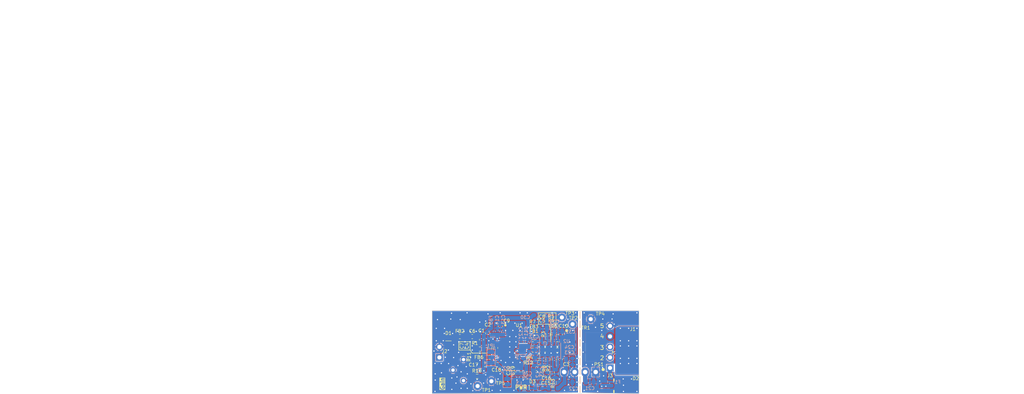
<source format=kicad_pcb>
(kicad_pcb (version 20221018) (generator pcbnew)
  (title_block (title "Low-Noise Amplifier Current Probe") (date "2023-10-07"))
  (layers (0 "F.Cu" signal) (31 "B.Cu" signal) (34 "B.Paste" user) (35 "F.Paste" user) (36 "B.SilkS" user "B.Silkscreen") (37 "F.SilkS" user "F.Silkscreen") (38 "B.Mask" user) (39 "F.Mask" user) (44 "Edge.Cuts" user))
  (net 0 "")
  (net 1 "Net-(U1A-+)")
  (net 2 "Net-(C1-Pad2)")
  (net 3 "+5V")
  (net 4 "Net-(U1C-+)")
  (net 5 "Net-(C4-Pad2)")
  (net 6 "Net-(C5-Pad2)")
  (net 7 "Net-(C6-Pad2)")
  (net 8 "GND")
  (net 9 "Net-(C3-Pad1)")
  (net 10 "Net-(U1A--)")
  (net 11 "Net-(U1C--)")
  (net 12 "Net-(C10-Pad2)")
  (net 13 "Net-(U1D-VPOS)")
  (net 14 "Net-(U1B-V+)")
  (net 15 "Net-(U1D-RCLMP)")
  (net 16 "Net-(U1D-GAIN)")
  (net 17 "Net-(U1D-VCM)")
  (net 18 "Net-(D1-A1)")
  (net 19 "Net-(FB1-Pad2)")
  (net 20 "Net-(FB3-Pad1)")
  (net 21 "Net-(FB6-Pad2)")
  (net 22 "+VIN")
  (net 23 "Net-(JP1-C)")
  (net 24 "Net-(JP2-C)")
  (net 25 "Net-(U2-EN)")
  (net 26 "GNDPWR")
  (net 27 "+9V")
  (net 28 "Net-(U2-VOUT)")
  (net 29 "Net-(U2-BYP)")
  (net 30 "Net-(U2-VREG)")
  (net 31 "Net-(U2-REF)")
  (net 32 "Net-(J3-Pin_3)")
  (net 33 "Net-(C7-Pad2)")
  (net 34 "Net-(C8-Pad2)")
  (net 35 "Net-(D2-K)")
  (net 36 "Net-(C25-Pad2)")
  (net 37 "Net-(C25-Pad1)")
  (net 38 "Net-(D3-A)")
  (net 39 "Net-(J1-In)")
  (net 40 "Net-(J1-Ext)")
  (net 41 "Net-(C5-Pad1)")
  (net 42 "Net-(C8-Pad1)")
  (footprint "Connector_PinHeader_2.54mm:PinHeader_1x05_P2.54mm_Vertical" (layer "F.Cu") (at 164.922094 109.401184 180)
    (fp_text reference "J3")
    (fp_text value "Conn_01x05_Pin" hide)
  )
  (footprint "Converter_DCDC:Converter_DCDC_Murata_MEE1SxxxxSC_THT" (layer "F.Cu") (at 161.452094 110.386184 -90)
    (fp_text reference "PS1")
    (fp_text value "RO-3.309S" hide)
  )
  (footprint "Capacitor_SMD:C_0603_1608Metric" (layer "F.Cu") (at 138.422094 99.326184 90)
    (fp_text reference "C9")
    (fp_text value "100n" hide)
  )
  (footprint "Capacitor_SMD:C_0603_1608Metric" (layer "F.Cu") (at 147.172094 109.576184 180)
    (fp_text reference "C16")
    (fp_text value "100n" hide)
  )
  (footprint "Resistor_SMD:R_0603_1608Metric" (layer "F.Cu") (at 132.796798 111.420888 180)
    (fp_text reference "R10")
    (fp_text value "12k" hide)
  )
  (footprint "Resistor_SMD:R_0603_1608Metric" (layer "F.Cu") (at 149.922094 107.326184 -90)
    (fp_text reference "R8")
    (fp_text value "R" hide)
  )
  (footprint "Resistor_SMD:R_0603_1608Metric" (layer "F.Cu") (at 151.422094 107.326184 90)
    (fp_text reference "R2")
    (fp_text value "R" hide)
  )
  (footprint "Connector_Coaxial:SMA_Amphenol_132289_EdgeMount" (layer "F.Cu") (at 169.172094 105.576184)
    (fp_text reference "J1")
    (fp_text value "SMA" hide)
  )
  (footprint "Capacitor_SMD:C_0603_1608Metric" (layer "F.Cu") (at 142.672094 110.326184 90)
    (fp_text reference "C20")
    (fp_text value "100n" hide)
  )
  (footprint "TestPoint:TestPoint_Keystone_5000-5004_Miniature" (layer "F.Cu") (at 132.907094 113.771184)
    (fp_text reference "TP1")
    (fp_text value "TestPoint" hide)
  )
  (footprint "Capacitor_SMD:C_0603_1608Metric" (layer "F.Cu") (at 137.647094 108.601184 180)
    (fp_text reference "C18")
    (fp_text value "100n" hide)
  )
  (footprint "Inductor_SMD:L_0603_1608Metric" (layer "F.Cu") (at 128.612094 101.815888)
    (fp_text reference "FB2")
    (fp_text value "22" hide)
  )
  (footprint "Diode_SMD:D_SMA" (layer "F.Cu") (at 168.152094 113.681184)
    (fp_text reference "D2")
    (fp_text value "D_Schottky" hide)
  )
  (footprint "Capacitor_SMD:C_0603_1608Metric" (layer "F.Cu") (at 149.232549 103.556365 180)
    (fp_text reference "C8")
    (fp_text value "100n" hide)
  )
  (footprint "Capacitor_SMD:C_0603_1608Metric" (layer "F.Cu") (at 149.230219 105.039107 180)
    (fp_text reference "C5")
    (fp_text value "100n" hide)
  )
  (footprint "Capacitor_SMD:C_0603_1608Metric" (layer "F.Cu") (at 137.276279 104.561303 90)
    (fp_text reference "C4")
    (fp_text value "100n" hide)
  )
  (footprint "Resistor_SMD:R_0603_1608Metric" (layer "F.Cu") (at 133.504193 104.838325)
    (fp_text reference "R1")
    (fp_text value "RFB" hide)
  )
  (footprint "Capacitor_SMD:C_0603_1608Metric" (layer "F.Cu") (at 147.172094 111.076184 180)
    (fp_text reference "C15")
    (fp_text value "1n" hide)
  )
  (footprint "TestPoint:TestPoint_Loop_D1.80mm_Drill1.0mm_Beaded" (layer "F.Cu") (at 155.862094 98.815888)
    (fp_text reference "TP2")
    (fp_text value "TestPoint" hide)
  )
  (footprint "current_probe:RQ_20_ADI-L" (layer "F.Cu") (at 141.422094 104.076184)
    (fp_text reference "U1")
    (fp_text value "AD8331ARQZ" hide)
  )
  (footprint "Capacitor_SMD:C_0603_1608Metric" (layer "F.Cu") (at 144.172094 110.326184 90)
    (fp_text reference "C19")
    (fp_text value "1n" hide)
  )
  (footprint "Diode_SMD:D_0603_1608Metric" (layer "F.Cu") (at 125.862094 103.065888 90)
    (fp_text reference "D1")
    (fp_text value "EZA-EG2N50AX" hide)
  )
  (footprint "Potentiometer_THT:Potentiometer_Bourns_3296Y_Vertical" (layer "F.Cu") (at 129.497094 112.461184 -90)
    (fp_text reference "R11")
    (fp_text value "3k" hide)
  )
  (footprint "Resistor_SMD:R_0603_1608Metric" (layer "F.Cu") (at 149.922094 101.326184 -90)
    (fp_text reference "R3")
    (fp_text value "R" hide)
  )
  (footprint "Inductor_SMD:L_0603_1608Metric" (layer "F.Cu") (at 146.263938 105.074379 180)
    (fp_text reference "FB1")
    (fp_text value "22" hide)
  )
  (footprint "Resistor_SMD:R_0603_1608Metric" (layer "F.Cu") (at 147.672094 106.576184)
    (fp_text reference "R4")
    (fp_text value "330" hide)
  )
  (footprint "Capacitor_SMD:C_0603_1608Metric" (layer "F.Cu") (at 131.612094 101.815888 180)
    (fp_text reference "C6")
    (fp_text value "100n" hide)
  )
  (footprint "Resistor_SMD:R_0603_1608Metric" (layer "F.Cu") (at 152.195323 105.09848)
    (fp_text reference "R5")
    (fp_text value "237" hide)
  )
  (footprint "TestPoint:TestPoint_Keystone_5000-5004_Miniature" (layer "F.Cu") (at 160.257094 97.601184 90)
    (fp_text reference "TP4")
    (fp_text value "TestPoint" hide)
  )
  (footprint "Inductor_SMD:L_0603_1608Metric" (layer "F.Cu") (at 146.266998 103.581956)
    (fp_text reference "FB3")
    (fp_text value "22" hide)
  )
  (footprint "Capacitor_SMD:C_0603_1608Metric" (layer "F.Cu") (at 152.922094 101.326184 -90)
    (fp_text reference "C10")
    (fp_text value "100p" hide)
  )
  (footprint "Resistor_SMD:R_0603_1608Metric" (layer "F.Cu") (at 146.672094 102.076184 180)
    (fp_text reference "R7")
    (fp_text value "330" hide)
  )
  (footprint "Resistor_SMD:R_0603_1608Metric" (layer "F.Cu") (at 147.672094 108.076184)
    (fp_text reference "R12")
    (fp_text value "RCLMP" hide)
  )
  (footprint "Resistor_SMD:R_0603_1608Metric" (layer "F.Cu") (at 152.208893 103.589035)
    (fp_text reference "R6")
    (fp_text value "237" hide)
  )
  (footprint "TestPoint:TestPoint_Loop_D1.80mm_Drill1.0mm_Beaded" (layer "F.Cu") (at 136.247094 112.601184)
    (fp_text reference "TP5")
    (fp_text value "TestPoint" hide)
  )
  (footprint "LED_SMD:LED_0805_2012Metric" (layer "F.Cu") (at 146.922094 114.076184)
    (fp_text reference "D3")
    (fp_text value "GREEN" hide)
  )
  (footprint "Capacitor_SMD:C_0603_1608Metric" (layer "F.Cu") (at 152.922094 107.326184 -90)
    (fp_text reference "C3")
    (fp_text value "100p" hide)
  )
  (footprint "Capacitor_SMD:C_0603_1608Metric" (layer "F.Cu") (at 135.780372 104.557204 90)
    (fp_text reference "C7")
    (fp_text value "100n" hide)
  )
  (footprint "RF_Mini-Circuits:Mini-Circuits_CD637_H5.23mm" (layer "F.Cu") (at 157.757094 104.381184)
    (fp_text reference "TR1")
    (fp_text value "ADTT1-6" hide)
  )
  (footprint "Capacitor_SMD:C_0603_1608Metric" (layer "F.Cu") (at 134.672094 108.576184)
    (fp_text reference "C17")
    (fp_text value "1n" hide)
  )
  (footprint "Resistor_SMD:R_0603_1608Metric" (layer "F.Cu") (at 151.422094 101.326184 90)
    (fp_text reference "R9")
    (fp_text value "R" hide)
  )
  (footprint "Connector_PinHeader_2.54mm:PinHeader_1x02_P2.54mm_Horizontal" (layer "F.Cu") (at 123.672094 106.851184 180)
    (fp_text reference "J2")
    (fp_text value "Conn_01x02_Pin" hide)
  )
  (footprint "Capacitor_SMD:C_0603_1608Metric" (layer "F.Cu") (at 133.862094 102.565888 -90)
    (fp_text reference "C1")
    (fp_text value "CFB" hide)
  )
  (footprint "Capacitor_SMD:C_0603_1608Metric" (layer "F.Cu") (at 135.368728 101.026514 90)
    (fp_text reference "C2")
    (fp_text value "CSH" hide)
  )
  (footprint "Resistor_SMD:R_0603_1608Metric" (layer "F.Cu") (at 150.927094 110.481184 -90)
    (fp_text reference "R13")
    (fp_text value "330" hide)
  )
  (footprint "Inductor_SMD:L_0603_1608Metric" (layer "F.Cu") (at 135.852218 106.81454 180)
    (fp_text reference "FB6")
    (fp_text value "2k2" hide)
  )
  (footprint "TestPoint:TestPoint_Loop_D1.80mm_Drill1.0mm_Beaded" (layer "F.Cu") (at 153.287094 97.190888)
    (fp_text reference "TP3")
    (fp_text value "TestPoint" hide)
  )
  (footprint "Capacitor_SMD:C_0805_2012Metric" (layer "B.Cu") (at 152.400546 100.581184 180)
    (fp_text reference "C31")
    (fp_text value "1u")
  )
  (footprint "Inductor_SMD:L_0603_1608Metric" (layer "B.Cu") (at 147.413029 96.617578)
    (fp_text reference "FB7")
    (fp_text value "2k2" hide)
  )
  (footprint "Capacitor_SMD:C_0805_2012Metric" (layer "B.Cu") (at 148.693642 100.051184)
    (fp_text reference "C28")
    (fp_text value "10u" hide)
  )
  (footprint "Capacitor_SMD:C_0603_1608Metric" (layer "B.Cu") (at 137.672094 100.576184 -90)
    (fp_text reference "C14")
    (fp_text value "100n")
  )
  (footprint "Capacitor_SMD:C_0603_1608Metric" (layer "B.Cu") (at 148.923642 98.321184)
    (fp_text reference "C29")
    (fp_text value "1n" hide)
  )
  (footprint "Capacitor_SMD:C_0603_1608Metric" (layer "B.Cu") (at 155.092212 107.081184 180)
    (fp_text reference "C24")
    (fp_text value "1n")
  )
  (footprint "Capacitor_SMD:C_0805_2012Metric" (layer "B.Cu") (at 160.037094 112.751184 180)
    (fp_text reference "C21")
    (fp_text value "10u" hide)
  )
  (footprint "Inductor_SMD:L_0603_1608Metric" (layer "B.Cu") (at 136.172094 100.576184 90)
    (fp_text reference "FB5")
    (fp_text value "2k2" hide)
  )
  (footprint "Capacitor_SMD:C_0603_1608Metric" (layer "B.Cu") (at 139.172094 100.576184 -90)
    (fp_text reference "C13")
    (fp_text value "1n")
  )
  (footprint "Inductor_SMD:L_0603_1608Metric" (layer "B.Cu") (at 143.887094 106.320888 -90)
    (fp_text reference "FB4")
    (fp_text value "2k2")
  )
  (footprint "Inductor_SMD:L_0805_2012Metric" (layer "B.Cu") (at 151.172094 114.326184 180)
    (fp_text reference "L1")
    (fp_text value "100u" hide)
  )
  (footprint "Capacitor_SMD:C_0805_2012Metric" (layer "B.Cu") (at 154.872212 112.861184 180)
    (fp_text reference "C22")
    (fp_text value "1u" hide)
  )
  (footprint "Capacitor_SMD:C_0603_1608Metric" (layer "B.Cu") (at 155.092212 108.591184 180)
    (fp_text reference "C23")
    (fp_text value "10n")
  )
  (footprint "Inductor_SMD:L_0805_2012Metric" (layer "B.Cu") (at 149.797094 111.544636 90)
    (fp_text reference "L2")
    (fp_text value "100u" hide)
  )
  (footprint "Capacitor_SMD:C_0603_1608Metric" (layer "B.Cu") (at 147.670546 114.351184)
    (fp_text reference "C25")
    (fp_text value "330n" hide)
  )
  (footprint "Capacitor_SMD:C_0603_1608Metric" (layer "B.Cu") (at 145.920546 98.341184 180)
    (fp_text reference "C30")
    (fp_text value "1n" hide)
  )
  (footprint "Capacitor_SMD:C_0603_1608Metric" (layer "B.Cu") (at 144.922094 103.326184 -90)
    (fp_text reference "C11")
    (fp_text value "1n" hide)
  )
  (footprint "Fuse:Fuse_0805_2012Metric" (layer "B.Cu") (at 165.047094 112.741184 -90)
    (fp_text reference "F1")
    (fp_text value "300 mA" hide)
  )
  (footprint "Inductor_SMD:L_0805_2012Metric" (layer "B.Cu") (at 144.172094 114.326184)
    (fp_text reference "L3")
    (fp_text value "6u8" hide)
  )
  (footprint "Capacitor_SMD:C_0805_2012Metric" (layer "B.Cu") (at 146.717094 107.847732 -90)
    (fp_text reference "C27")
    (fp_text value "10u" hide)
  )
  (footprint "Jumper:SolderJumper-3_P1.3mm_Bridged12_Pad1.0x1.5mm" (layer "B.Cu") (at 136.147094 106.841184 90)
    (fp_text reference "JP1")
    (fp_text value "SolderJumper_3_Bridged12" hide)
  )
  (footprint "Capacitor_SMD:C_0603_1608Metric" (layer "B.Cu") (at 147.423642 112.791184)
    (fp_text reference "C26")
    (fp_text value "47n")
  )
  (footprint "Capacitor_SMD:C_0805_2012Metric" (layer "B.Cu") (at 151.637094 110.804636 90)
    (fp_text reference "C33")
    (fp_text value "1u")
  )
  (footprint "Capacitor_SMD:C_0805_2012Metric" (layer "B.Cu") (at 146.657094 104.054636 90)
    (fp_text reference "C32")
    (fp_text value "10u" hide)
  )
  (footprint "Jumper:SolderJumper-3_P1.3mm_Bridged12_Pad1.0x1.5mm" (layer "B.Cu") (at 140.062094 112.061184 -90)
    (fp_text reference "JP2")
    (fp_text value "SolderJumper_3_Bridged12" hide)
  )
  (footprint "Package_SO:SOIC-8-1EP_3.9x4.9mm_P1.27mm_EP2.29x3mm" (layer "B.Cu") (at 150.447094 105.301184 -90)
    (fp_text reference "U2")
    (fp_text value "ADM7150ARDZ-5.0" hide)
  )
  (footprint "Capacitor_SMD:C_0603_1608Metric" (layer "B.Cu") (at 143.422094 103.326184 -90)
    (fp_text reference "C12")
    (fp_text value "100n" hide)
  )
  (gr_line (start 157.672094 95.826184) (end 157.672094 115.326184) (stroke (width 0.15) (type dash)) (layer "B.SilkS"))
  (gr_line (start 150.112094 98.815888) (end 150.612094 100.315888) (stroke (width 0.15)) (layer "F.SilkS"))
  (gr_line (start 147.612094 96.065888) (end 147.612094 98.815888) (stroke (width 0.15)) (layer "F.SilkS"))
  (gr_line (start 128.362094 105.065888) (end 131.112094 105.065888) (stroke (width 0.15)) (layer "F.SilkS"))
  (gr_line (start 131.112094 103.065888) (end 128.362094 103.065888) (stroke (width 0.15)) (layer "F.SilkS"))
  (gr_line (start 131.612094 105.815888) (end 135.112094 105.815888) (stroke (width 0.15)) (layer "F.SilkS"))
  (gr_line (start 151.862094 98.815888) (end 151.862094 96.065888) (stroke (width 0.15)) (layer "F.SilkS"))
  (gr_line (start 128.362094 103.065888) (end 128.362094 105.065888) (stroke (width 0.15)) (layer "F.SilkS"))
  (gr_line (start 131.112094 105.065888) (end 131.112094 103.065888) (stroke (width 0.15)) (layer "F.SilkS"))
  (gr_line (start 150.612094 100.315888) (end 150.612094 103.065888) (stroke (width 0.15)) (layer "F.SilkS"))
  (gr_line (start 147.612094 98.815888) (end 151.862094 98.815888) (stroke (width 0.15)) (layer "F.SilkS"))
  (gr_line (start 151.862094 96.065888) (end 147.612094 96.065888) (stroke (width 0.15)) (layer "F.SilkS"))
  (gr_line (start 131.112094 105.065888) (end 131.612094 105.815888) (stroke (width 0.15)) (layer "F.SilkS"))
  (gr_line (start 157.672094 115.326184) (end 157.672094 95.826184) (stroke (width 0.15) (type dash)) (layer "F.SilkS"))
  (gr_rect (start 121.922094 95.576184) (end 171.922094 115.576184) (stroke (width 0.1)) (fill none) (layer "Edge.Cuts"))
  (gr_text "4" (at 162.422094 102.326184) (layer "F.SilkS") (effects (font (size 1 1)) (justify left bottom)))
  (gr_text "2" (at 162.422094 107.576184) (layer "F.SilkS") (effects (font (size 1 1)) (justify left bottom)))
  (gr_text "5" (at 162.422094 99.826184) (layer "F.SilkS") (effects (font (size 1 1)) (justify left bottom)))
  (gr_text "Gain" (at 124.422094 114.826184 90) (layer "F.SilkS" knockout) (effects (font (size 1 0.9) (thickness 0.2) bold) (justify left)))
  (gr_text "PWR" (at 143.422094 114.076184) (layer "F.SilkS") (effects (font (size 1 0.9) (thickness 0.2) bold)))
  (gr_text "3" (at 162.422094 105.076184) (layer "F.SilkS") (effects (font (size 1 1)) (justify left bottom)))
  (segment (start 137.910267 101.751184) (end 135.451798 101.751184) (width 0.25) (layer "F.Cu") (net 1))
  (segment (start 135.451798 101.751184) (end 135.410761 101.792221) (width 0.25) (layer "F.Cu") (net 1))
  (segment (start 133.863427 101.792221) (end 133.862094 101.790888) (width 0.25) (layer "F.Cu") (net 1))
  (segment (start 135.410761 101.792221) (end 133.863427 101.792221) (width 0.25) (layer "F.Cu") (net 1))
  (segment (start 139.009094 101.853684) (end 138.012767 101.853684) (width 0.25) (layer "F.Cu") (net 1))
  (segment (start 132.412094 101.790888) (end 132.387094 101.815888) (width 0.25) (layer "F.Cu") (net 1))
  (segment (start 133.862094 101.790888) (end 132.412094 101.790888) (width 0.25) (layer "F.Cu") (net 1))
  (segment (start 138.012767 101.853684) (end 137.910267 101.751184) (width 0.25) (layer "F.Cu") (net 1))
  (segment (start 133.862094 103.340888) (end 133.862094 103.655424) (width 0.25) (layer "F.Cu") (net 2))
  (segment (start 133.862094 103.655424) (end 132.679193 104.838325) (width 0.25) (layer "F.Cu") (net 2))
  (segment (start 133.422094 110.076184) (end 134.422094 110.076184) (width 1) (layer "F.Cu") (net 3))
  (segment (start 133.621798 111.420888) (end 133.621798 110.275888) (width 1) (layer "F.Cu") (net 3))
  (segment (start 145.144594 101.853684) (end 145.172094 101.826184) (width 0.25) (layer "F.Cu") (net 3))
  (segment (start 148.772094 112.726184) (end 145.370641 112.726184) (width 1) (layer "F.Cu") (net 3))
  (segment (start 145.597094 100.501184) (end 145.847094 100.501184) (width 1) (layer "F.Cu") (net 3))
  (segment (start 140.672094 110.576184) (end 139.922094 109.826184) (width 1) (layer "F.Cu") (net 3))
  (segment (start 133.621798 110.275888) (end 133.422094 110.076184) (width 1) (layer "F.Cu") (net 3))
  (segment (start 145.172094 100.076184) (end 145.597094 100.501184) (width 1) (layer "F.Cu") (net 3))
  (segment (start 150.927094 109.656184) (end 149.592094 109.656184) (width 1) (layer "F.Cu") (net 3))
  (segment (start 145.370641 112.726184) (end 144.270641 113.826184) (width 1) (layer "F.Cu") (net 3))
  (segment (start 145.172094 101.826184) (end 145.172094 100.076184) (width 0.25) (layer "F.Cu") (net 3))
  (segment (start 139.922094 109.826184) (end 138.922094 109.826184) (width 1) (layer "F.Cu") (net 3))
  (segment (start 145.172094 99.576184) (end 145.172094 100.076184) (width 1) (layer "F.Cu") (net 3))
  (segment (start 142.157019 113.826184) (end 140.672094 112.341259) (width 1) (layer "F.Cu") (net 3))
  (segment (start 145.997094 100.501184) (end 149.922094 100.501184) (width 1) (layer "F.Cu") (net 3))
  (segment (start 144.270641 113.826184) (end 142.157019 113.826184) (width 1) (layer "F.Cu") (net 3))
  (segment (start 143.835094 101.853684) (end 145.144594 101.853684) (width 0.25) (layer "F.Cu") (net 3))
  (segment (start 140.672094 112.341259) (end 140.672094 110.576184) (width 1) (layer "F.Cu") (net 3))
  (segment (start 134.422094 110.076184) (end 134.672094 109.826184) (width 1) (layer "F.Cu") (net 3))
  (segment (start 151.422094 108.151184) (end 151.422094 109.161184) (width 1) (layer "F.Cu") (net 3))
  (segment (start 145.922094 100.576184) (end 145.997094 100.501184) (width 1) (layer "F.Cu") (net 3))
  (segment (start 149.422094 112.076184) (end 148.772094 112.726184) (width 1) (layer "F.Cu") (net 3))
  (segment (start 134.672094 109.826184) (end 138.922094 109.826184) (width 1) (layer "F.Cu") (net 3))
  (segment (start 149.422094 109.826184) (end 149.422094 112.076184) (width 1) (layer "F.Cu") (net 3))
  (segment (start 143.835094 102.488684) (end 145.009594 102.488684) (width 0.25) (layer "F.Cu") (net 3))
  (segment (start 145.847094 100.501184) (end 145.922094 100.576184) (width 1) (layer "F.Cu") (net 3))
  (segment (start 145.009594 102.488684) (end 145.172094 102.326184) (width 0.25) (layer "F.Cu") (net 3))
  (segment (start 151.422094 109.161184) (end 150.927094 109.656184) (width 1) (layer "F.Cu") (net 3))
  (segment (start 149.592094 109.656184) (end 149.422094 109.826184) (width 1) (layer "F.Cu") (net 3))
  (segment (start 145.172094 102.326184) (end 145.172094 101.826184) (width 0.25) (layer "F.Cu") (net 3))
  (via (at 145.922094 100.576184) (size 0.6) (drill 0.3) (layers "F.Cu" "B.Cu") (net 3))
  (via (at 134.422094 110.076184) (size 0.6) (drill 0.3) (layers "F.Cu" "B.Cu") (net 3))
  (via (at 133.422094 110.076184) (size 0.6) (drill 0.3) (layers "F.Cu" "B.Cu") (net 3))
  (via (at 138.922094 109.826184) (size 0.6) (drill 0.3) (layers "F.Cu" "B.Cu") (net 3))
  (via (at 145.172094 99.576184) (size 0.6) (drill 0.3) (layers "F.Cu" "B.Cu") (net 3))
  (segment (start 136.043496 99.788684) (end 136.172094 99.788684) (width 1) (layer "B.Cu") (net 3))
  (segment (start 145.172094 97.826184) (end 144.672094 97.326184) (width 1) (layer "B.Cu") (net 3))
  (segment (start 145.672094 100.576184) (end 145.172094 100.076184) (width 1) (layer "B.Cu") (net 3))
  (segment (start 144.672094 107.826184) (end 144.672094 110.641184) (width 1) (layer "B.Cu") (net 3))
  (segment (start 134.422094 101.410086) (end 136.043496 99.788684) (width 1) (layer "B.Cu") (net 3))
  (segment (start 136.147094 108.141184) (end 134.607094 108.141184) (width 1) (layer "B.Cu") (net 3))
  (segment (start 134.422094 110.076184) (end 133.422094 110.076184) (width 1) (layer "B.Cu") (net 3))
  (segment (start 137.237094 108.141184) (end 139.737094 110.641184) (width 1) (layer "B.Cu") (net 3))
  (segment (start 136.172094 98.076184) (end 136.172094 99.788684) (width 1) (layer "B.Cu") (net 3))
  (segment (start 136.922094 97.326184) (end 136.172094 98.076184) (width 1) (layer "B.Cu") (net 3))
  (segment (start 144.672094 97.326184) (end 136.922094 97.326184) (width 1) (layer "B.Cu") (net 3))
  (segment (start 134.422094 110.076184) (end 134.422094 108.326184) (width 1) (layer "B.Cu") (net 3))
  (segment (start 143.994594 107.148684) (end 144.672094 107.826184) (width 1) (layer "B.Cu") (net 3))
  (segment (start 145.922094 100.576184) (end 145.672094 100.576184) (width 1) (layer "B.Cu") (net 3))
  (segment (start 134.422094 108.326184) (end 134.422094 101.410086) (width 1) (layer "B.Cu") (net 3))
  (segment (start 134.607094 108.141184) (end 134.422094 108.326184) (width 1) (layer "B.Cu") (net 3))
  (segment (start 145.172094 97.826184) (end 146.377094 96.621184) (width 1) (layer "B.Cu") (net 3))
  (segment (start 139.737094 110.641184) (end 144.672094 110.641184) (width 1) (layer "B.Cu") (net 3))
  (segment (start 146.377094 96.621184) (end 146.633046 96.621184) (width 1) (layer "B.Cu") (net 3))
  (segment (start 136.147094 108.141184) (end 137.237094 108.141184) (width 1) (layer "B.Cu") (net 3))
  (segment (start 145.172094 100.076184) (end 145.172094 97.826184) (width 1) (layer "B.Cu") (net 3))
  (segment (start 143.907094 107.148684) (end 143.994594 107.148684) (width 1) (layer "B.Cu") (net 3))
  (segment (start 139.009094 105.028684) (end 138.149298 105.028684) (width 0.25) (layer "F.Cu") (net 4))
  (segment (start 137.841679 105.336303) (end 137.276279 105.336303) (width 0.25) (layer "F.Cu") (net 4))
  (segment (start 138.149298 105.028684) (end 137.841679 105.336303) (width 0.25) (layer "F.Cu") (net 4))
  (segment (start 139.009094 103.758684) (end 137.303898 103.758684) (width 0.25) (layer "F.Cu") (net 5))
  (segment (start 137.303898 103.758684) (end 137.276279 103.786303) (width 0.25) (layer "F.Cu") (net 5))
  (segment (start 146.959594 105.076184) (end 148.397094 105.076184) (width 0.25) (layer "F.Cu") (net 6))
  (segment (start 148.497094 106.576184) (end 148.497094 105.176184) (width 0.25) (layer "F.Cu") (net 6))
  (segment (start 148.497094 105.176184) (end 148.397094 105.076184) (width 0.25) (layer "F.Cu") (net 6))
  (segment (start 130.837094 101.815888) (end 129.399594 101.815888) (width 0.25) (layer "F.Cu") (net 7))
  (via (at 122.922094 99.826184) (size 0.6) (drill 0.3) (layers "F.Cu" "B.Cu") (net 8))
  (via (at 141.672094 114.826184) (size 0.6) (drill 0.3) (layers "F.Cu" "B.Cu") (net 8))
  (via (at 140.672094 105.576184) (size 0.6) (drill 0.3) (layers "F.Cu" "B.Cu") (net 8))
  (via (at 138.362094 110.815888) (size 0.6) (drill 0.3) (layers "F.Cu" "B.Cu") (net 8))
  (via (at 139.672094 100.326184) (size 0.6) (drill 0.3) (layers "F.Cu" "B.Cu") (net 8))
  (via (at 126.672094 111.826184) (size 0.6) (drill 0.3) (layers "F.Cu" "B.Cu") (net 8))
  (via (at 122.362094 105.315888) (size 0.6) (drill 0.3) (layers "F.Cu" "B.Cu") (net 8))
  (via (at 149.223967 104.285504) (size 0.6) (drill 0.3) (layers "F.Cu" "B.Cu") (net 8))
  (via (at 150.922094 96.076184) (size 0.6) (drill 0.3) (layers "F.Cu" "B.Cu") (net 8))
  (via (at 146.674124 101.51613) (size 0.6) (drill 0.3) (layers "F.Cu" "B.Cu") (net 8))
  (via (at 135.422094 96.326184) (size 0.6) (drill 0.3) (layers "F.Cu" "B.Cu") (net 8))
  (via (at 142.422094 112.326184) (size 0.6) (drill 0.3) (layers "F.Cu" "B.Cu") (net 8))
  (via (at 142.172094 101.826184) (size 0.6) (drill 0.3) (layers "F.Cu" "B.Cu") (net 8))
  (via (at 143.172094 96.076184) (size 0.6) (drill 0.3) (layers "F.Cu" "B.Cu") (net 8))
  (via (at 133.612094 100.565888) (size 0.6) (drill 0.3) (layers "F.Cu" "B.Cu") (net 8))
  (via (at 129.851081 104.623683) (size 0.6) (drill 0.3) (layers "F.Cu" "B.Cu") (net 8))
  (via (at 154.745881 97.623139) (size 0.6) (drill 0.3) (layers "F.Cu" "B.Cu") (net 8))
  (via (at 128.362094 103.065888) (size 0.6) (drill 0.3) (layers "F.Cu" "B.Cu") (net 8))
  (via (at 156.922094 112.826184) (size 0.6) (drill 0.3) (layers "F.Cu" "B.Cu") (net 8))
  (via (at 127.109841 106.887654) (size 0.6) (drill 0.3) (layers "F.Cu" "B.Cu") (net 8))
  (via (at 133.451131 105.814241) (size 0.6) (drill 0.3) (layers "F.Cu" "B.Cu") (net 8))
  (via (at 126.422094 97.576184) (size 0.6) (drill 0.3) (layers "F.Cu" "B.Cu") (net 8))
  (via (at 140.672094 101.826184) (size 0.6) (drill 0.3) (layers "F.Cu" "B.Cu") (net 8))
  (via (at 141.422094 100.326184) (size 0.6) (drill 0.3) (layers "F.Cu" "B.Cu") (net 8))
  (via (at 154.884317 113.391592) (size 0.6) (drill 0.3) (layers "F.Cu" "B.Cu") (net 8))
  (via (at 133.422094 98.326184) (size 0.6) (drill 0.3) (layers "F.Cu" "B.Cu") (net 8))
  (via (at 147.755383 105.829224) (size 0.6) (drill 0.3) (layers "F.Cu" "B.Cu") (net 8))
  (via (at 128.112094 100.565888) (size 0.6) (drill 0.3) (layers "F.Cu" "B.Cu") (net 8))
  (via (at 140.672094 104.326184) (size 0.6) (drill 0.3) (layers "F.Cu" "B.Cu") (net 8))
  (via (at 142.172094 103.076184) (size 0.6) (drill 0.3) (layers "F.Cu" "B.Cu") (net 8))
  (via (at 138.362094 96.065888) (size 0.6) (drill 0.3) (layers "F.Cu" "B.Cu") (net 8))
  (via (at 154.112094 99.065888) (size 0.6) (drill 0.3) (layers "F.Cu" "B.Cu") (net 8))
  (via (at 152.672094 112.076184) (size 0.6) (drill 0.3) (layers "F.Cu" "B.Cu") (net 8))
  (via (at 132.612094 100.565888) (size 0.6) (drill 0.3) (layers "F.Cu" "B.Cu") (net 8))
  (via (at 128.321371 105.639411) (size 0.6) (drill 0.3) (layers "F.Cu" "B.Cu") (net 8))
  (via (at 132.790632 112.16463) (size 0.6) (drill 0.3) (layers "F.Cu" "B.Cu") (net 8))
  (via (at 150.70471 104.309411) (size 0.6) (drill 0.3) (layers "F.Cu" "B.Cu") (net 8))
  (via (at 147.422094 110.326184) (size 0.6) (drill 0.3) (layers "F.Cu" "B.Cu") (net 8))
  (via (at 131.612094 105.065888) (size 0.6) (drill 0.3) (layers "F.Cu" "B.Cu") (net 8))
  (via (at 140.672094 106.826184) (size 0.6) (drill 0.3) (layers "F.Cu" "B.Cu") (net 8))
  (via (at 139.672094 98.576184) (size 0.6) (drill 0.3) (layers "F.Cu" "B.Cu") (net 8))
  (via (at 155.21898 103.126731) (size 0.6) (drill 0.3) (layers "F.Cu" "B.Cu") (net 8))
  (via (at 131.112094 100.565888) (size 0.6) (drill 0.3) (layers "F.Cu" "B.Cu") (net 8))
  (via (at 126.607531 96.167475) (size 0.6) (drill 0.3) (layers "F.Cu" "B.Cu") (net 8))
  (via (at 143.172094 100.326184) (size 0.6) (drill 0.3) (layers "F.Cu" "B.Cu") (net 8))
  (via (at 151.672094 99.076184) (size 0.6) (drill 0.3) (layers "F.Cu" "B.Cu") (net 8))
  (via (at 130.422094 110.826184) (size 0.6) (drill 0.3) (layers "F.Cu" "B.Cu") (net 8))
  (via (at 136.620751 102.418917) (size 0.6) (drill 0.3) (layers "F.Cu" "B.Cu") (net 8))
  (via (at 134.362094 113.065888) (size 0.6) (drill 0.3) (layers "F.Cu" "B.Cu") (net 8))
  (via (at 153.922094 114.826184) (size 0.6) (drill 0.3) (layers "F.Cu" "B.Cu") (net 8))
  (via (at 124.922094 99.826184) (size 0.6) (drill 0.3) (layers "F.Cu" "B.Cu") (net 8))
  (via (at 129.612094 100.565888) (size 0.6) (drill 0.3) (layers "F.Cu" "B.Cu") (net 8))
  (via (at 149.206891 105.818979) (size 0.6) (drill 0.3) (layers "F.Cu" "B.Cu") (net 8))
  (via (at 125.112094 106.815888) (size 0.6) (drill 0.3) (layers "F.Cu" "B.Cu") (net 8))
  (via (at 140.672094 103.076184) (size 0.6) (drill 0.3) (layers "F.Cu" "B.Cu") (net 8))
  (via (at 143.672094 98.576184) (size 0.6) (drill 0.3) (layers "F.Cu" "B.Cu") (net 8))
  (via (at 125.862094 105.065888) (size 0.6) (drill 0.3) (layers "F.Cu" "B.Cu") (net 8))
  (via (at 131.285709 113.226929) (size 0.6) (drill 0.3) (layers "F.Cu" "B.Cu") (net 8))
  (via (at 122.612094 115.065888) (size 0.6) (drill 0.3) (layers "F.Cu" "B.Cu") (net 8))
  (via (at 131.734754 114.897004) (size 0.6) (drill 0.3) (layers "F.Cu" "B.Cu") (net 8))
  (via (at 138.571337 107.592968) (size 0.6) (drill 0.3) (layers "F.Cu" "B.Cu") (net 8))
  (via (at 143.172094 108.076184) (size 0.6) (drill 0.3) (layers "F.Cu" "B.Cu") (net 8))
  (via (at 134.862094 98.065888) (size 0.6) (drill 0.3) (layers "F.Cu" "B.Cu") (net 8))
  (via (at 124.172094 110.576184) (size 0.6) (drill 0.3) (layers "F.Cu" "B.Cu") (net 8))
  (via (at 136.422094 114.826184) (size 0.6) (drill 0.3) (layers "F.Cu" "B.Cu") (net 8))
  (via (at 130.172094 109.076184) (size 0.6) (drill 0.3) (layers "F.Cu" "B.Cu") (net 8))
  (via (at 137.422094 98.576184) (size 0.6) (drill 0.3) (layers "F.Cu" "B.Cu") (net 8))
  (via (at 148.683747 99.239561) (size 0.6) (drill 0.3) (layers "F.Cu" "B.Cu") (net 8))
  (via (at 152.179769 105.754771) (size 0.6) (drill 0.3) (layers "F.Cu" "B.Cu") (net 8))
  (via (at 156.612094 96.065888) (size 0.6) (drill 0.3) (layers "F.Cu" "B.Cu") (net 8))
  (via (at 135.614942 102.823632) (size 0.6) (drill 0.3) (layers "F.Cu" "B.Cu") (net 8))
  (via (at 129.862094 103.065888) (size 0.6) (drill 0.3) (layers "F.Cu" "B.Cu") (net 8))
  (via (at 138.422094 114.826184) (size 0.6) (drill 0.3) (layers "F.Cu" "B.Cu") (net 8))
  (via (at 150.677387 105.822394) (size 0.6) (drill 0.3) (layers "F.Cu" "B.Cu") (net 8))
  (via (at 127.112094 103.815888) (size 0.6) (drill 0.3) (layers "F.Cu" "B.Cu") (net 8))
  (via (at 127.672094 113.076184) (size 0.6) (drill 0.3) (layers "F.Cu" "B.Cu") (net 8))
  (via (at 130.362094 96.065888) (size 0.6) (drill 0.3) (layers "F.Cu" "B.Cu") (net 8))
  (via (at 143.922094 112.326184) (size 0.6) (drill 0.3) (layers "F.Cu" "B.Cu") (net 8))
  (via (at 131.112094 103.065888) (size 0.6) (drill 0.3) (layers "F.Cu" "B.Cu") (net 8))
  (via (at 144.922094 96.076184) (size 0.6) (drill 0.3) (layers "F.Cu" "B.Cu") (net 8))
  (via (at 126.672094 114.576184) (size 0.6) (drill 0.3) (layers "F.Cu" "B.Cu") (net 8))
  (via (at 132.362094 103.065888) (size 0.6) (drill 0.3) (layers "F.Cu" "B.Cu") (net 8))
  (via (at 126.862094 101.065888) (size 0.6) (drill 0.3) (layers "F.Cu" "B.Cu") (net 8))
  (via (at 122.672094 110.826184) (size 0.6) (drill 0.3) (layers "F.Cu" "B.Cu") (net 8))
  (via (at 128.922094 110.326184) (size 0.6) (drill 0.3) (layers "F.Cu" "B.Cu") (net 8))
  (via (at 155.112094 111.565888) (size 0.6) (drill 0.3) (layers "F.Cu" "B.Cu") (net 8))
  (via (at 128.172094 108.826184) (size 0.6) (drill 0.3) (layers "F.Cu" "B.Cu") (net 8))
  (via (at 141.862094 105.815888) (size 0.6) (drill 0.3) (layers "F.Cu" "B.Cu") (net 8))
  (via (at 142.172094 104.326184) (size 0.6) (drill 0.3) (layers "F.Cu" "B.Cu") (net 8))
  (via (at 128.922094 114.326184) (size 0.6) (drill 0.3) (layers "F.Cu" "B.Cu") (net 8))
  (via (at 130.422094 114.326184) (size 0.6) (drill 0.3) (layers "F.Cu" "B.Cu") (net 8))
  (via (at 125.89831 108.343938) (size 0.6) (drill 0.3) (layers "F.Cu" "B.Cu") (net 8))
  (via (at 147.751968 104.312826) (size 0.6) (drill 0.3) (layers "F.Cu" "B.Cu") (net 8))
  (via (at 131.222279 106.857596) (size 0.6) (drill 0.3) (layers "F.Cu" "B.Cu") (net 8))
  (via (at 128.71477 97.700724) (size 0.6) (drill 0.3) (layers "F.Cu" "B.Cu") (net 8))
  (via (at 123.211113 97.711699) (size 0.6) (drill 0.3) (layers "F.Cu" "B.Cu") (net 8))
  (via (at 132.777484 108.591267) (size 0.6) (drill 0.3) (layers "F.Cu" "B.Cu") (net 8))
  (via (at 152.197201 104.326487) (size 0.6) (drill 0.3) (layers "F.Cu" "B.Cu") (net 8))
  (via (at 124.612094 102.815888) (size 0.6) (drill 0.3) (layers "F.Cu" "B.Cu") (net 8))
  (via (at 122.672094 112.326184) (size 0.6) (drill 0.3) (layers "F.Cu" "B.Cu") (net 8))
  (via (at 124.862094 101.065888) (size 0.6) (drill 0.3) (layers "F.Cu" "B.Cu") (net 8))
  (via (at 133.472594 107.565888) (size 0.6) (drill 0.3) (layers "F.Cu" "B.Cu") (net 8))
  (via (at 156.172094 114.826184) (size 0.6) (drill 0.3) (layers "F.Cu" "B.Cu") (net 8))
  (via (at 147.422094 97.576184) (size 0.6) (drill 0.3) (layers "F.Cu" "B.Cu") (net 8))
  (via (at 127.922094 111.576184) (size 0.6) (drill 0.3) (layers "F.Cu" "B.Cu") (net 8))
  (via (at 131.612094 104.065888) (size 0.6) (drill 0.3) (layers "F.Cu" "B.Cu") (net 8))
  (via (at 134.862094 111.065888) (size 0.6) (drill 0.3) (layers "F.Cu" "B.Cu") (net 8))
  (via (at 139.672094 108.076184) (size 0.6) (drill 0.3) (layers "F.Cu" "B.Cu") (net 8))
  (via (at 141.922094 98.576184) (size 0.6) (drill 0.3) (layers "F.Cu" "B.Cu") (net 8))
  (via (at 142.112094 106.815888) (size 0.6) (drill 0.3) (layers "F.Cu" "B.Cu") (net 8))
  (via (at 156.942346 107.10096) (size 0.6) (drill 0.3) (layers "F.Cu" "B.Cu") (net 8))
  (via (at 124.112094 108.315888) (size 0.6) (drill 0.3) (layers "F.Cu" "B.Cu") (net 8))
  (via (at 137.862094 112.065888) (size 0.6) (drill 0.3) (layers "F.Cu" "B.Cu") (net 8))
  (via (at 122.612094 108.315888) (size 0.6) (drill 0.3) (layers "F.Cu" "B.Cu") (net 8))
  (via (at 156.922094 108.576184) (size 0.6) (drill 0.3) (layers "F.Cu" "B.Cu") (net 8))
  (via (at 155.226996 105.633833) (size 0.6) (drill 0.3) (layers "F.Cu" "B.Cu") (net 8))
  (via (at 141.422094 108.076184) (size 0.6) (drill 0.3) (layers "F.Cu" "B.Cu") (net 8))
  (via (at 122.922094 102.826184) (size 0.6) (drill 0.3) (layers "F.Cu" "B.Cu") (net 8))
  (via (at 155.912485 100.359643) (size 0.6) (drill 0.3) (layers "F.Cu" "B.Cu") (net 8))
  (segment (start 156.922094 109.836184) (end 156.372094 110.386184) (width 0.25) (layer "B.Cu") (net 8))
  (segment (start 155.867212 108.97005) (end 156.372094 109.474932) (width 0.25) (layer "B.Cu") (net 8))
  (segment (start 155.867212 108.591184) (end 155.867212 108.97005) (width 0.25) (layer "B.Cu") (net 8))
  (segment (start 156.372094 109.474932) (end 156.372094 110.386184) (width 0.25) (layer "B.Cu") (net 8))
  (segment (start 156.922094 108.576184) (end 156.922094 109.836184) (width 0.25) (layer "B.Cu") (net 8))
  (segment (start 149.922094 106.501184) (end 152.872094 106.501184) (width 0.25) (layer "F.Cu") (net 9))
  (segment (start 152.942094 105.070888) (end 152.942094 106.531184) (width 0.25) (layer "F.Cu") (net 9))
  (segment (start 155.217094 106.921184) (end 153.292094 106.921184) (width 0.25) (layer "F.Cu") (net 9))
  (segment (start 152.942094 106.531184) (end 152.922094 106.551184) (width 0.25) (layer "F.Cu") (net 9))
  (segment (start 152.872094 106.501184) (end 152.922094 106.551184) (width 0.25) (layer "F.Cu") (net 9))
  (segment (start 139.009094 101.218684) (end 139.009094 100.688184) (width 0.25) (layer "F.Cu") (net 10))
  (segment (start 139.009094 100.688184) (end 138.422094 100.101184) (width 0.25) (layer "F.Cu") (net 10))
  (segment (start 138.178691 105.663684) (end 139.009094 105.663684) (width 0.25) (layer "F.Cu") (net 11))
  (segment (start 136.512708 106.06454) (end 137.062986 106.06454) (width 0.25) (layer "F.Cu") (net 11))
  (segment (start 137.062986 106.06454) (end 137.064334 106.065888) (width 0.25) (layer "F.Cu") (net 11))
  (segment (start 135.780372 105.332204) (end 136.512708 106.06454) (width 0.25) (layer "F.Cu") (net 11))
  (segment (start 137.776487 106.065888) (end 138.178691 105.663684) (width 0.25) (layer "F.Cu") (net 11))
  (segment (start 137.064334 106.065888) (end 137.776487 106.065888) (width 0.25) (layer "F.Cu") (net 11))
  (segment (start 152.937094 103.565888) (end 152.937094 102.116184) (width 0.25) (layer "F.Cu") (net 12))
  (segment (start 155.217094 101.841184) (end 153.907094 101.841184) (width 0.25) (layer "F.Cu") (net 12))
  (segment (start 149.922094 102.151184) (end 152.872094 102.151184) (width 0.25) (layer "F.Cu") (net 12))
  (segment (start 152.872094 102.151184) (end 152.922094 102.101184) (width 0.25) (layer "F.Cu") (net 12))
  (segment (start 153.907094 101.841184) (end 153.647094 102.101184) (width 0.25) (layer "F.Cu") (net 12))
  (segment (start 153.647094 102.101184) (end 152.922094 102.101184) (width 0.25) (layer "F.Cu") (net 12))
  (segment (start 152.937094 102.116184) (end 152.922094 102.101184) (width 0.25) (layer "F.Cu") (net 12))
  (segment (start 142.686742 105.028684) (end 143.835094 105.028684) (width 0.25) (layer "F.Cu") (net 13))
  (segment (start 142.497092 105.218334) (end 142.686742 105.028684) (width 0.25) (layer "F.Cu") (net 13))
  (via (at 142.497092 105.218334) (size 0.6) (drill 0.3) (layers "F.Cu" "B.Cu") (net 13))
  (segment (start 137.758394 102.326184) (end 137.920894 102.488684) (width 0.25) (layer "F.Cu") (net 14))
  (segment (start 137.672094 102.326184) (end 137.758394 102.326184) (width 0.25) (layer "F.Cu") (net 14))
  (segment (start 137.920894 102.488684) (end 139.009094 102.488684) (width 0.25) (layer "F.Cu") (net 14))
  (via (at 137.672094 102.326184) (size 0.6) (drill 0.3) (layers "F.Cu" "B.Cu") (net 14))
  (segment (start 139.172094 101.351184) (end 136.184594 101.351184) (width 1) (layer "B.Cu") (net 14))
  (segment (start 136.184594 101.351184) (end 136.172094 101.363684) (width 1) (layer "B.Cu") (net 14))
  (segment (start 137.672094 101.351184) (end 137.672094 102.326184) (width 1) (layer "B.Cu") (net 14))
  (segment (start 146.397094 108.526184) (end 146.397094 111.076184) (width 0.25) (layer "F.Cu") (net 15))
  (segment (start 144.887255 106.50659) (end 145.112094 106.731429) (width 0.25) (layer "F.Cu") (net 15))
  (segment (start 145.112094 106.731429) (end 145.112094 107.815888) (width 0.25) (layer "F.Cu") (net 15))
  (segment (start 144.887255 106.445245) (end 144.887255 106.50659) (width 0.25) (layer "F.Cu") (net 15))
  (segment (start 145.37239 108.076184) (end 146.847094 108.076184) (width 0.25) (layer "F.Cu") (net 15))
  (segment (start 144.740694 106.298684) (end 144.887255 106.445245) (width 0.25) (layer "F.Cu") (net 15))
  (segment (start 143.835094 106.298684) (end 144.740694 106.298684) (width 0.25) (layer "F.Cu") (net 15))
  (segment (start 146.847094 108.076184) (end 146.397094 108.526184) (width 0.25) (layer "F.Cu") (net 15))
  (segment (start 145.112094 107.815888) (end 145.37239 108.076184) (width 0.25) (layer "F.Cu") (net 15))
  (segment (start 139.009094 106.933684) (end 138.286844 106.933684) (width 0.25) (layer "F.Cu") (net 16))
  (segment (start 138.286844 106.933684) (end 137.788869 107.431659) (width 0.25) (layer "F.Cu") (net 16))
  (segment (start 136.872094 108.026184) (end 136.872094 108.601184) (width 0.25) (layer "F.Cu") (net 16))
  (segment (start 136.872094 108.601184) (end 135.472094 108.601184) (width 0.25) (layer "F.Cu") (net 16))
  (segment (start 136.459594 107.613684) (end 136.872094 108.026184) (width 0.25) (layer "F.Cu") (net 16))
  (segment (start 136.459594 106.826184) (end 136.459594 107.613684) (width 0.25) (layer "F.Cu") (net 16))
  (segment (start 137.065069 107.431659) (end 136.459594 106.826184) (width 0.25) (layer "F.Cu") (net 16))
  (segment (start 137.788869 107.431659) (end 137.065069 107.431659) (width 0.25) (layer "F.Cu") (net 16))
  (segment (start 135.472094 108.601184) (end 135.447094 108.576184) (width 0.25) (layer "F.Cu") (net 16))
  (segment (start 144.172094 107.270684) (end 143.835094 106.933684) (width 0.25) (layer "F.Cu") (net 17))
  (segment (start 144.172094 109.551184) (end 144.172094 107.270684) (width 0.25) (layer "F.Cu") (net 17))
  (segment (start 144.172094 109.551184) (end 142.672094 109.551184) (width 0.25) (layer "F.Cu") (net 17))
  (segment (start 127.824594 102.103388) (end 123.672094 106.255888) (width 0.25) (layer "F.Cu") (net 18))
  (segment (start 127.824594 101.815888) (end 127.824594 102.103388) (width 0.25) (layer "F.Cu") (net 18))
  (segment (start 123.672094 106.255888) (end 123.672094 106.851184) (width 0.25) (layer "F.Cu") (net 18))
  (segment (start 146.847094 106.538684) (end 146.847094 106.576184) (width 0.25) (layer "F.Cu") (net 19))
  (segment (start 145.384594 105.076184) (end 146.847094 106.538684) (width 0.25) (layer "F.Cu") (net 19))
  (segment (start 143.835094 104.393684) (end 144.702094 104.393684) (width 0.25) (layer "F.Cu") (net 19))
  (segment (start 144.702094 104.393684) (end 145.384594 105.076184) (width 0.25) (layer "F.Cu") (net 19))
  (segment (start 145.384594 103.576184) (end 145.384594 102.815888) (width 0.25) (layer "F.Cu") (net 20))
  (segment (start 145.847094 102.353388) (end 145.847094 102.076184) (width 0.25) (layer "F.Cu") (net 20))
  (segment (start 145.384594 102.815888) (end 145.847094 102.353388) (width 0.25) (layer "F.Cu") (net 20))
  (segment (start 143.835094 103.758684) (end 145.202094 103.758684) (width 0.25) (layer "F.Cu") (net 20))
  (segment (start 145.202094 103.758684) (end 145.384594 103.576184) (width 0.25) (layer "F.Cu") (net 20))
  (segment (start 131.612094 112.476184) (end 132.907094 113.771184) (width 0.25) (layer "F.Cu") (net 21))
  (segment (start 135.074594 106.815888) (end 132.612094 106.815888) (width 0.25) (layer "F.Cu") (net 21))
  (segment (start 131.612094 112.315888) (end 131.612094 112.476184) (width 0.25) (layer "F.Cu") (net 21))
  (segment (start 129.497094 112.461184) (end 131.466798 112.461184) (width 0.25) (layer "F.Cu") (net 21))
  (segment (start 131.967094 111.960888) (end 131.967094 107.460888) (width 0.25) (layer "F.Cu") (net 21))
  (segment (start 131.466798 112.461184) (end 131.612094 112.315888) (width 0.25) (layer "F.Cu") (net 21))
  (segment (start 131.967094 107.460888) (end 132.612094 106.815888) (width 0.25) (layer "F.Cu") (net 21))
  (segment (start 131.612094 112.315888) (end 131.967094 111.960888) (width 0.25) (layer "F.Cu") (net 21))
  (segment (start 164.922094 109.401184) (end 164.922094 111.428684) (width 1) (layer "B.Cu") (net 22))
  (segment (start 164.922094 111.428684) (end 165.297094 111.803684) (width 1) (layer "B.Cu") (net 22))
  (segment (start 138.109377 106.298684) (end 139.009094 106.298684) (width 0.25) (layer "F.Cu") (net 23))
  (segment (start 137.627426 106.780635) (end 138.109377 106.298684) (width 0.25) (layer "F.Cu") (net 23))
  (via (at 137.627426 106.780635) (size 0.6) (drill 0.3) (layers "F.Cu" "B.Cu") (net 23))
  (segment (start 137.566877 106.841184) (end 136.147094 106.841184) (width 0.25) (layer "B.Cu") (net 23))
  (segment (start 137.627426 106.780635) (end 137.566877 106.841184) (width 0.25) (layer "B.Cu") (net 23))
  (segment (start 144.70989 105.663684) (end 144.862094 105.815888) (width 0.25) (layer "F.Cu") (net 24))
  (segment (start 144.862094 105.815888) (end 145.151148 105.815888) (width 0.25) (layer "F.Cu") (net 24))
  (segment (start 145.151148 105.815888) (end 145.562255 106.226995) (width 0.25) (layer "F.Cu") (net 24))
  (segment (start 143.835094 105.663684) (end 144.70989 105.663684) (width 0.25) (layer "F.Cu") (net 24))
  (via (at 145.562255 106.226995) (size 0.6) (drill 0.3) (layers "F.Cu" "B.Cu") (net 24))
  (segment (start 140.937094 112.061184) (end 140.062094 112.061184) (width 0.25) (layer "B.Cu") (net 24))
  (segment (start 145.47116 106.31809) (end 145.47116 110.938134) (width 0.25) (layer "B.Cu") (net 24))
  (segment (start 144.99311 111.416184) (end 141.582094 111.416184) (width 0.25) (layer "B.Cu") (net 24))
  (segment (start 141.582094 111.416184) (end 140.937094 112.061184) (width 0.25) (layer "B.Cu") (net 24))
  (segment (start 145.47116 110.938134) (end 144.99311 111.416184) (width 0.25) (layer "B.Cu") (net 24))
  (segment (start 145.562255 106.226995) (end 145.47116 106.31809) (width 0.25) (layer "B.Cu") (net 24))
  (segment (start 149.812094 107.776184) (end 149.812094 108.826184) (width 0.6) (layer "B.Cu") (net 25))
  (segment (start 149.812094 108.826184) (end 149.812094 110.217136) (width 0.6) (layer "B.Cu") (net 25))
  (segment (start 150.062094 110.467136) (end 150.047094 110.482136) (width 0.25) (layer "B.Cu") (net 25))
  (segment (start 149.783642 108.797732) (end 149.812094 108.826184) (width 0.6) (layer "B.Cu") (net 25))
  (segment (start 148.542094 107.776184) (end 148.542094 108.797732) (width 0.6) (layer "B.Cu") (net 25))
  (segment (start 149.812094 110.217136) (end 150.062094 110.467136) (width 0.6) (layer "B.Cu") (net 25))
  (segment (start 148.542094 108.797732) (end 149.783642 108.797732) (width 0.6) (layer "B.Cu") (net 25))
  (segment (start 148.542094 108.797732) (end 146.717094 108.797732) (width 0.6) (layer "B.Cu") (net 25))
  (via (at 162.922094 100.326184) (size 0.6) (drill 0.3) (layers "F.Cu" "B.Cu") (net 26))
  (via (at 158.672094 96.076184) (size 0.6) (drill 0.3) (layers "F.Cu" "B.Cu") (net 26))
  (via (at 158.422094 105.576184) (size 0.6) (drill 0.3) (layers "F.Cu" "B.Cu") (net 26))
  (via (at 168.112094 112.065888) (size 0.6) (drill 0.3) (layers "F.Cu" "B.Cu") (net 26))
  (via (at 168.172094 115.076184) (size 0.6) (drill 0.3) (layers "F.Cu" "B.Cu") (net 26))
  (via (at 165.672094 96.326184) (size 0.6) (drill 0.3) (layers "F.Cu" "B.Cu") (net 26))
  (via (at 163.362094 111.315888) (size 0.6) (drill 0.3) (layers "F.Cu" "B.Cu") (net 26))
  (via (at 165.422094 97.576184) (size 0.6) (drill 0.3) (layers "F.Cu" "B.Cu") (net 26))
  (via (at 161.422094 99.576184) (size 0.6) (drill 0.3) (layers "F.Cu" "B.Cu") (net 26))
  (via (at 170.112094 112.065888) (size 0.6) (drill 0.3) (layers "F.Cu" "B.Cu") (net 26))
  (via (at 162.422094 112.576184) (size 0.6) (drill 0.3) (layers "F.Cu" "B.Cu") (net 26))
  (via (at 165.922094 98.826184) (size 0.6) (drill 0.3) (layers "F.Cu" "B.Cu") (net 26))
  (via (at 158.672094 114.826184) (size 0.6) (drill 0.3) (layers "F.Cu" "B.Cu") (net 26))
  (via (at 163.172094 97.576184) (size 0.6) (drill 0.3) (layers "F.Cu" "B.Cu") (net 26))
  (via (at 160.672094 108.576184) (size 0.6) (drill 0.3) (layers "F.Cu" "B.Cu") (net 26))
  (via (at 171.422094 115.076184) (size 0.6) (drill 0.3) (layers "F.Cu" "B.Cu") (net 26))
  (via (at 159.172094 108.576184) (size 0.6) (drill 0.3) (layers "F.Cu" "B.Cu") (net 26))
  (via (at 168.172094 113.576184) (size 0.6) (drill 0.3) (layers "F.Cu" "B.Cu") (net 26))
  (via (at 171.422094 96.076184) (size 0.6) (drill 0.3) (layers "F.Cu" "B.Cu") (net 26))
  (via (at 158.422094 103.076184) (size 0.6) (drill 0.3) (layers "F.Cu" "B.Cu") (net 26))
  (via (at 163.112094 109.315888) (size 0.6) (drill 0.3) (layers "F.Cu" "B.Cu") (net 26))
  (via (at 161.922094 115.076184) (size 0.6) (drill 0.3) (layers "F.Cu" "B.Cu") (net 26))
  (segment (start 152.234594 114.326184) (end 152.457212 114.326184) (width 1) (layer "B.Cu") (net 27))
  (segment (start 153.922212 112.861184) (end 153.922212 110.476302) (width 1) (layer "B.Cu") (net 27))
  (segment (start 152.457212 114.326184) (end 153.922212 112.861184) (width 1) (layer "B.Cu") (net 27))
  (segment (start 154.317212 109.901066) (end 153.832094 110.386184) (width 1) (layer "B.Cu") (net 27))
  (segment (start 156.362094 106.315888) (end 155.082508 106.315888) (width 0.25) (layer "B.Cu") (net 27))
  (segment (start 155.082508 106.315888) (end 154.317212 107.081184) (width 0.25) (layer "B.Cu") (net 27))
  (segment (start 155.862094 98.815888) (end 156.862094 99.815888) (width 0.25) (layer "B.Cu") (net 27))
  (segment (start 154.317212 107.081184) (end 154.317212 109.901066) (width 1) (layer "B.Cu") (net 27))
  (segment (start 156.862094 105.815888) (end 156.362094 106.315888) (width 0.25) (layer "B.Cu") (net 27))
  (segment (start 156.862094 99.815888) (end 156.862094 105.815888) (width 0.25) (layer "B.Cu") (net 27))
  (segment (start 149.217094 96.621184) (end 149.672094 97.076184) (width 1) (layer "B.Cu") (net 28))
  (segment (start 149.612094 101.065888) (end 149.612094 100.082732) (width 0.6) (layer "B.Cu") (net 28))
  (segment (start 149.812094 101.265888) (end 149.612094 101.065888) (width 0.6) (layer "B.Cu") (net 28))
  (segment (start 149.672094 97.076184) (end 149.672094 100.022732) (width 1) (layer "B.Cu") (net 28))
  (segment (start 148.208046 96.621184) (end 149.217094 96.621184) (width 1) (layer "B.Cu") (net 28))
  (segment (start 149.612094 100.082732) (end 149.643642 100.051184) (width 0.6) (layer "B.Cu") (net 28))
  (segment (start 149.812094 102.826184) (end 149.812094 101.265888) (width 0.6) (layer "B.Cu") (net 28))
  (segment (start 149.672094 100.022732) (end 149.643642 100.051184) (width 1) (layer "B.Cu") (net 28))
  (segment (start 149.672094 97.076184) (end 149.786798 97.190888) (width 1) (layer "B.Cu") (net 28))
  (segment (start 149.786798 97.190888) (end 153.287094 97.190888) (width 1) (layer "B.Cu") (net 28))
  (segment (start 151.332094 100.699636) (end 151.450546 100.581184) (width 0.25) (layer "B.Cu") (net 29))
  (segment (start 151.362094 100.729636) (end 151.362094 101.565888) (width 0.6) (layer "B.Cu") (net 29))
  (segment (start 151.082094 101.845888) (end 151.082094 102.826184) (width 0.6) (layer "B.Cu") (net 29))
  (segment (start 151.362094 101.565888) (end 151.082094 101.845888) (width 0.6) (layer "B.Cu") (net 29))
  (segment (start 151.332094 100.699636) (end 151.362094 100.729636) (width 0.6) (layer "B.Cu") (net 29))
  (segment (start 147.185546 102.826184) (end 148.542094 102.826184) (width 0.6) (layer "B.Cu") (net 30))
  (segment (start 146.907094 103.104636) (end 147.185546 102.826184) (width 0.6) (layer "B.Cu") (net 30))
  (segment (start 152.352094 109.139636) (end 151.637094 109.854636) (width 0.6) (layer "B.Cu") (net 31))
  (segment (start 152.352094 107.776184) (end 152.352094 109.139636) (width 0.6) (layer "B.Cu") (net 31))
  (segment (start 151.082094 109.299636) (end 151.082094 107.776184) (width 0.6) (layer "B.Cu") (net 31))
  (segment (start 151.637094 109.854636) (end 151.082094 109.299636) (width 0.6) (layer "B.Cu") (net 31))
  (segment (start 160.297094 104.381184) (end 164.862094 104.381184) (width 0.25) (layer "F.Cu") (net 32))
  (segment (start 164.862094 104.381184) (end 164.922094 104.321184) (width 0.25) (layer "F.Cu") (net 32))
  (segment (start 134.339657 104.838325) (end 135.395778 103.782204) (width 0.25) (layer "F.Cu") (net 33))
  (segment (start 134.329193 104.838325) (end 134.339657 104.838325) (width 0.25) (layer "F.Cu") (net 33))
  (segment (start 135.395778 103.782204) (end 135.780372 103.782204) (width 0.25) (layer "F.Cu") (net 33))
  (segment (start 136.501273 103.061303) (end 135.780372 103.782204) (width 0.25) (layer "F.Cu") (net 33))
  (segment (start 137.795767 103.123684) (end 137.733386 103.061303) (width 0.25) (layer "F.Cu") (net 33))
  (segment (start 137.733386 103.061303) (end 136.501273 103.061303) (width 0.25) (layer "F.Cu") (net 33))
  (segment (start 139.009094 103.123684) (end 137.795767 103.123684) (width 0.25) (layer "F.Cu") (net 33))
  (segment (start 148.397094 103.576184) (end 147.362094 103.576184) (width 0.25) (layer "F.Cu") (net 34))
  (segment (start 147.362094 103.576184) (end 146.959594 103.576184) (width 0.25) (layer "F.Cu") (net 34))
  (segment (start 147.497094 102.076184) (end 147.497094 102.430888) (width 0.25) (layer "F.Cu") (net 34))
  (segment (start 146.959594 102.968388) (end 146.959594 103.576184) (width 0.25) (layer "F.Cu") (net 34))
  (segment (start 147.497094 102.430888) (end 146.959594 102.968388) (width 0.25) (layer "F.Cu") (net 34))
  (segment (start 158.912094 113.066184) (end 159.672094 113.826184) (width 1) (layer "F.Cu") (net 35))
  (segment (start 159.672094 113.826184) (end 163.922094 113.826184) (width 1) (layer "F.Cu") (net 35))
  (segment (start 158.912094 110.386184) (end 158.912094 113.066184) (width 1) (layer "F.Cu") (net 35))
  (segment (start 166.007094 113.826184) (end 166.152094 113.681184) (width 1) (layer "F.Cu") (net 35))
  (segment (start 163.922094 113.826184) (end 166.007094 113.826184) (width 1) (layer "F.Cu") (net 35))
  (via (at 162.922094 113.826184) (size 0.6) (drill 0.3) (layers "F.Cu" "B.Cu") (net 35))
  (via (at 163.922094 113.826184) (size 0.6) (drill 0.3) (layers "F.Cu" "B.Cu") (net 35))
  (segment (start 165.297094 113.678684) (end 163.069594 113.678684) (width 1) (layer "B.Cu") (net 35))
  (segment (start 162.922094 113.826184) (end 163.069594 113.678684) (width 1) (layer "B.Cu") (net 35))
  (segment (start 158.912094 112.576184) (end 159.087094 112.751184) (width 1) (layer "B.Cu") (net 35))
  (segment (start 158.912094 110.386184) (end 158.912094 112.576184) (width 1) (layer "B.Cu") (net 35))
  (segment (start 150.047094 112.607136) (end 150.047094 114.263684) (width 0.6) (layer "B.Cu") (net 36))
  (segment (start 150.084594 114.351184) (end 150.109594 114.326184) (width 0.25) (layer "B.Cu") (net 36))
  (segment (start 149.879296 114.326184) (end 148.464892 114.326184) (width 0.6) (layer "B.Cu") (net 36))
  (segment (start 150.047094 112.607136) (end 149.863046 112.791184) (width 0.6) (layer "B.Cu") (net 36))
  (segment (start 150.047094 114.263684) (end 150.109594 114.326184) (width 0.6) (layer "B.Cu") (net 36))
  (segment (start 148.422094 112.74791) (end 148.445546 112.771362) (width 0.6) (layer "B.Cu") (net 36))
  (segment (start 149.863046 112.791184) (end 148.448642 112.791184) (width 0.6) (layer "B.Cu") (net 36))
  (segment (start 146.922094 112.74791) (end 146.922094 114.404458) (width 0.6) (layer "B.Cu") (net 37))
  (segment (start 145.259594 114.351184) (end 145.234594 114.326184) (width 0.25) (layer "B.Cu") (net 37))
  (segment (start 146.879296 114.326184) (end 145.464892 114.326184) (width 0.6) (layer "B.Cu") (net 37))
  (segment (start 146.898642 114.348088) (end 146.895546 114.351184) (width 0.25) (layer "B.Cu") (net 37))
  (segment (start 150.922094 113.326184) (end 150.922094 111.256066) (width 0.25) (layer "F.Cu") (net 38))
  (segment (start 150.252094 113.996184) (end 150.922094 113.326184) (width 0.25) (layer "F.Cu") (net 38))
  (segment (start 147.854594 113.996184) (end 150.252094 113.996184) (width 0.25) (layer "F.Cu") (net 38))
  (segment (start 169.422094 105.576184) (end 166.207094 105.576184) (width 0.25) (layer "F.Cu") (net 39))
  (segment (start 160.297094 106.921184) (end 164.862094 106.921184) (width 0.25) (layer "F.Cu") (net 39))
  (segment (start 164.862094 106.921184) (end 164.922094 106.861184) (width 0.25) (layer "F.Cu") (net 39))
  (segment (start 166.207094 105.576184) (end 164.922094 106.861184) (width 0.25) (layer "F.Cu") (net 39))
  (via (at 169.422094 99.826184) (size 0.6) (drill 0.3) (layers "F.Cu" "B.Cu") (net 40))
  (via (at 171.422094 108.326184) (size 0.6) (drill 0.3) (layers "F.Cu" "B.Cu") (net 40))
  (via (at 171.422094 99.826184) (size 0.6) (drill 0.3) (layers "F.Cu" "B.Cu") (net 40))
  (via (at 167.422094 99.826184) (size 0.6) (drill 0.3) (layers "F.Cu" "B.Cu") (net 40))
  (via (at 169.422094 102.826184) (size 0.6) (drill 0.3) (layers "F.Cu" "B.Cu") (net 40))
  (via (at 167.422094 104.076184) (size 0.6) (drill 0.3) (layers "F.Cu" "B.Cu") (net 40))
  (via (at 169.422094 107.076184) (size 0.6) (drill 0.3) (layers "F.Cu" "B.Cu") (net 40))
  (via (at 171.422094 102.826184) (size 0.6) (drill 0.3) (layers "F.Cu" "B.Cu") (net 40))
  (via (at 167.422094 108.326184) (size 0.6) (drill 0.3) (layers "F.Cu" "B.Cu") (net 40))
  (via (at 169.422094 104.076184) (size 0.6) (drill 0.3) (layers "F.Cu" "B.Cu") (net 40))
  (via (at 169.422094 108.326184) (size 0.6) (drill 0.3) (layers "F.Cu" "B.Cu") (net 40))
  (via (at 171.422094 107.076184) (size 0.6) (drill 0.3) (layers "F.Cu" "B.Cu") (net 40))
  (via (at 171.422094 104.076184) (size 0.6) (drill 0.3) (layers "F.Cu" "B.Cu") (net 40))
  (via (at 167.422094 107.076184) (size 0.6) (drill 0.3) (layers "F.Cu" "B.Cu") (net 40))
  (via (at 167.422094 102.826184) (size 0.6) (drill 0.3) (layers "F.Cu" "B.Cu") (net 40))
  (segment (start 149.947094 105.076184) (end 151.286798 105.076184) (width 0.25) (layer "F.Cu") (net 41))
  (segment (start 151.286798 105.076184) (end 151.292094 105.070888) (width 0.25) (layer "F.Cu") (net 41))
  (segment (start 151.276798 103.576184) (end 151.287094 103.565888) (width 0.25) (layer "F.Cu") (net 42))
  (segment (start 149.947094 103.576184) (end 151.276798 103.576184) (width 0.25) (layer "F.Cu") (net 42))
  (zone (net 40) (net_name "Net-(J1-Ext)") (layer "F.Cu") (priority 3) (connect_pads yes (clearance 0.15)) (min_thickness 0.15) (fill yes (thermal_gap 0.15) (thermal_bridge_width 0.15))
    (polygon (pts (xy 171.922094 99.326184) (xy 166.922094 99.326184) (xy 163.922094 100.826184) (xy 158.922094 100.826184) (xy 158.922094 107.826184) (xy 163.922094 107.826184) (xy 166.172094 108.326184) (xy 166.172094 111.076184) (xy 171.922094 111.076184)))
  )
  (zone (net 8) (net_name "GND") (layers "F&B.Cu") (connect_pads (clearance 0.15)) (min_thickness 0.15) (fill yes (thermal_gap 0.15) (thermal_bridge_width 0.3))
    (polygon (pts (xy 121.922094 95.576184) (xy 121.922094 115.576184) (xy 157.172094 115.326184) (xy 157.172094 95.576184)))
  )
  (zone (net 26) (net_name "GNDPWR") (layers "F&B.Cu") (priority 1) (connect_pads (clearance 0.15)) (min_thickness 0.15) (fill yes (thermal_gap 0.15) (thermal_bridge_width 0.3))
    (polygon (pts (xy 171.922094 111.076184) (xy 171.922094 115.576184) (xy 158.172094 115.326184) (xy 158.172094 95.576184) (xy 171.922094 95.576184) (xy 171.922094 99.326184) (xy 166.922094 99.326184) (xy 163.922094 100.826184) (xy 158.922094 100.826184) (xy 158.922094 107.826184) (xy 163.922094 107.826184) (xy 166.172094 108.326184) (xy 166.172094 111.076184)))
  )
  (zone (net 40) (net_name "Net-(J1-Ext)") (layer "B.Cu") (priority 4) (connect_pads yes (clearance 0.15)) (min_thickness 0.15) (fill yes (thermal_gap 0.15) (thermal_bridge_width 0.15))
    (polygon (pts (xy 171.922094 99.326184) (xy 166.922094 99.326184) (xy 166.172094 99.826184) (xy 166.172094 108.326184) (xy 166.172094 111.076184) (xy 171.922094 111.076184)))
  )
  (zone (net 8) (net_name "GND") (layer "B.Cu") (priority 2) (connect_pads yes (clearance 0.15)) (min_thickness 0.15) (fill yes (thermal_gap 0.15) (thermal_bridge_width 0.15))
    (polygon (pts (xy 152.42937 103.91791) (xy 148.04178 103.913764) (xy 148.02605 106.718787) (xy 152.909494 106.718787) (xy 152.93072 103.915837)))
  )
  (zone (net 13) (net_name "Net-(U1D-VPOS)") (layer "B.Cu") (priority 6) (connect_pads yes (clearance 0.15)) (min_thickness 0.25) (fill yes (thermal_gap 0.5) (thermal_bridge_width 0.5))
    (polygon (pts (xy 142.862094 103.565888) (xy 142.862094 104.815888) (xy 142.112094 104.815888) (xy 141.862094 105.065888) (xy 141.862094 105.565888) (xy 142.112094 105.815888) (xy 142.862094 105.815888) (xy 142.862094 106.065888) (xy 144.612094 106.065888) (xy 144.612094 104.815888) (xy 145.612094 104.815888) (xy 145.612094 103.565888)))
  )
  (zone (net 26) (net_name "GNDPWR") (layer "B.Cu") (priority 5) (connect_pads yes (clearance 0.15)) (min_thickness 0.15) (fill yes (thermal_gap 0.15) (thermal_bridge_width 0.15))
    (polygon (pts (xy 158.922094 100.826184) (xy 163.922094 100.826184) (xy 165.922094 99.826184) (xy 165.922094 108.326184) (xy 163.922094 107.826184) (xy 158.922094 107.826184)))
  )
)
</source>
